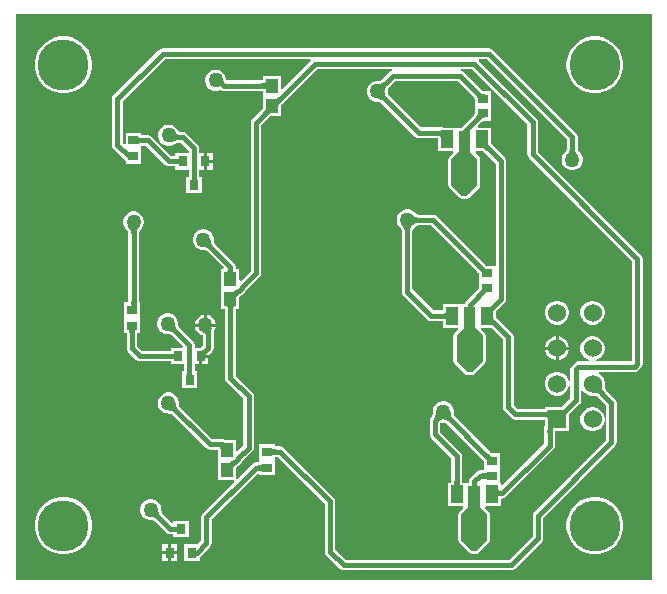
<source format=gbr>
G04*
G04 #@! TF.GenerationSoftware,Altium Limited,Altium Designer,22.4.2 (48)*
G04*
G04 Layer_Physical_Order=2*
G04 Layer_Color=16711680*
%FSLAX25Y25*%
%MOIN*%
G70*
G04*
G04 #@! TF.SameCoordinates,96A84167-8CB8-41EC-8849-8989CCC38216*
G04*
G04*
G04 #@! TF.FilePolarity,Positive*
G04*
G01*
G75*
%ADD11C,0.01000*%
%ADD17C,0.01500*%
%ADD18C,0.17000*%
%ADD19C,0.06024*%
%ADD20R,0.06024X0.06024*%
%ADD21C,0.05000*%
%ADD22R,0.03197X0.02975*%
%ADD23R,0.03150X0.03543*%
%ADD24R,0.03985X0.04550*%
%ADD25R,0.03937X0.05906*%
%ADD26C,0.07795*%
%ADD27R,0.03394X0.02985*%
G36*
X700000Y100000D02*
X488091D01*
Y288583D01*
X700000D01*
Y100000D01*
D02*
G37*
%LPC*%
G36*
X682038Y281153D02*
X680167D01*
X678331Y280788D01*
X676602Y280072D01*
X675046Y279033D01*
X673723Y277709D01*
X672684Y276153D01*
X671967Y274425D01*
X671602Y272589D01*
Y270718D01*
X671967Y268882D01*
X672684Y267154D01*
X673723Y265598D01*
X675046Y264274D01*
X676602Y263235D01*
X678331Y262519D01*
X680167Y262154D01*
X682038D01*
X683873Y262519D01*
X685602Y263235D01*
X687158Y264274D01*
X688482Y265598D01*
X689521Y267154D01*
X690237Y268882D01*
X690602Y270718D01*
Y272589D01*
X690237Y274425D01*
X689521Y276153D01*
X688482Y277709D01*
X687158Y279033D01*
X685602Y280072D01*
X683873Y280788D01*
X682038Y281153D01*
D02*
G37*
G36*
X504873D02*
X503001D01*
X501166Y280788D01*
X499437Y280072D01*
X497881Y279033D01*
X496558Y277709D01*
X495518Y276153D01*
X494802Y274425D01*
X494437Y272589D01*
Y270718D01*
X494802Y268882D01*
X495518Y267154D01*
X496558Y265598D01*
X497881Y264274D01*
X499437Y263235D01*
X501166Y262519D01*
X503001Y262154D01*
X504873D01*
X506708Y262519D01*
X508437Y263235D01*
X509993Y264274D01*
X511316Y265598D01*
X512356Y267154D01*
X513072Y268882D01*
X513437Y270718D01*
Y272589D01*
X513072Y274425D01*
X512356Y276153D01*
X511316Y277709D01*
X509993Y279033D01*
X508437Y280072D01*
X506708Y280788D01*
X504873Y281153D01*
D02*
G37*
G36*
X553756Y242240D02*
X551681D01*
Y239968D01*
X553756D01*
Y242240D01*
D02*
G37*
G36*
Y238968D02*
X551681D01*
Y236697D01*
X553756D01*
Y238968D01*
D02*
G37*
G36*
X645866Y277178D02*
X537008D01*
X536325Y277042D01*
X535746Y276655D01*
X535746Y276655D01*
X520589Y261498D01*
X520202Y260919D01*
X520066Y260236D01*
Y248215D01*
Y244954D01*
X520202Y244271D01*
X520589Y243692D01*
X524403Y239878D01*
X524665Y239703D01*
Y238652D01*
X529862D01*
Y243627D01*
X529862Y243627D01*
Y243969D01*
X529862D01*
X529862Y244127D01*
Y244653D01*
X529935Y244665D01*
X530022Y244672D01*
X531348D01*
X537715Y238305D01*
X538294Y237918D01*
X538976Y237783D01*
X541126D01*
Y236697D01*
X545655D01*
Y234366D01*
X544866D01*
Y228823D01*
X550016D01*
Y234366D01*
X549224D01*
Y236697D01*
X550681D01*
Y239469D01*
Y242240D01*
X549224D01*
Y243798D01*
X549088Y244481D01*
X548701Y245060D01*
X548701Y245060D01*
X544941Y248820D01*
X544362Y249207D01*
X543679Y249343D01*
X542799D01*
X542733Y249353D01*
X542636Y249379D01*
X542549Y249414D01*
X542469Y249458D01*
X542390Y249514D01*
X542310Y249585D01*
X542227Y249676D01*
X542143Y249790D01*
X542037Y249965D01*
X541978Y250029D01*
X541777Y250377D01*
X541125Y251029D01*
X540327Y251490D01*
X539437Y251728D01*
X538516D01*
X537625Y251490D01*
X536827Y251029D01*
X536176Y250377D01*
X535715Y249579D01*
X535476Y248689D01*
Y247768D01*
X535715Y246877D01*
X536176Y246079D01*
X536827Y245428D01*
X537625Y244967D01*
X538516Y244728D01*
X539437D01*
X540327Y244967D01*
X540627Y245140D01*
X540706Y245164D01*
X541184Y245417D01*
X541369Y245502D01*
X541773Y245655D01*
X541936Y245703D01*
X542101Y245742D01*
X542256Y245768D01*
X542313Y245774D01*
X542940D01*
X545655Y243059D01*
Y242240D01*
X541126D01*
Y241351D01*
X539715D01*
X533348Y247718D01*
X532769Y248105D01*
X532087Y248241D01*
X530022D01*
X529935Y248248D01*
X529862Y248260D01*
Y248944D01*
X528889D01*
X528851Y248952D01*
X528812Y248944D01*
X528758D01*
X528740Y248946D01*
X528735Y248944D01*
X524665D01*
Y245316D01*
X524203Y245125D01*
X523635Y245693D01*
Y248215D01*
Y259497D01*
X537747Y273609D01*
X586115D01*
X586322Y273109D01*
X576781Y263568D01*
X576319Y263759D01*
Y268040D01*
X570334D01*
Y266569D01*
X570263Y266557D01*
X570171Y266549D01*
X558231D01*
X558136Y266661D01*
X558126Y266675D01*
Y266996D01*
X557888Y267886D01*
X557427Y268685D01*
X556775Y269336D01*
X555977Y269797D01*
X555087Y270035D01*
X554165D01*
X553275Y269797D01*
X552477Y269336D01*
X551825Y268685D01*
X551365Y267886D01*
X551126Y266996D01*
Y266075D01*
X551365Y265184D01*
X551825Y264386D01*
X552477Y263735D01*
X553275Y263274D01*
X554165Y263035D01*
X555087D01*
X555977Y263274D01*
X556290Y263455D01*
X556796Y263116D01*
X557479Y262981D01*
X570171D01*
X570263Y262973D01*
X570334Y262961D01*
Y261490D01*
X570334Y261490D01*
Y261148D01*
X570334D01*
X570334Y260990D01*
Y257223D01*
X570245Y257095D01*
X569891Y256678D01*
X566849Y253636D01*
X566462Y253057D01*
X566326Y252374D01*
Y203017D01*
X563054Y199746D01*
X562592Y199937D01*
Y203652D01*
X561404D01*
X561392Y203724D01*
X561384Y203816D01*
Y204376D01*
X561384Y204376D01*
X561248Y205059D01*
X560862Y205638D01*
X560862Y205638D01*
X554467Y212033D01*
X554423Y212090D01*
X554354Y212201D01*
X554293Y212322D01*
X554239Y212454D01*
X554194Y212601D01*
X554157Y212764D01*
X554131Y212942D01*
X554114Y213138D01*
X554110Y213380D01*
X554090Y213468D01*
Y213847D01*
X553852Y214737D01*
X553391Y215535D01*
X552740Y216186D01*
X551941Y216647D01*
X551051Y216886D01*
X550130D01*
X549240Y216647D01*
X548442Y216186D01*
X547790Y215535D01*
X547329Y214737D01*
X547090Y213847D01*
Y212925D01*
X547329Y212035D01*
X547790Y211237D01*
X548442Y210585D01*
X549240Y210124D01*
X550130Y209886D01*
X550508D01*
X550596Y209867D01*
X550838Y209862D01*
X551034Y209846D01*
X551213Y209819D01*
X551375Y209783D01*
X551522Y209737D01*
X551655Y209683D01*
X551776Y209622D01*
X551886Y209553D01*
X551943Y209510D01*
X557301Y204152D01*
X557093Y203652D01*
X556608D01*
Y197103D01*
X556608Y197103D01*
Y196760D01*
X556608D01*
X556608Y196603D01*
Y190211D01*
X557796D01*
X557808Y190139D01*
X557816Y190048D01*
Y167186D01*
X557951Y166503D01*
X558338Y165925D01*
X563865Y160398D01*
Y144839D01*
X561757Y142731D01*
X561295Y142922D01*
Y146638D01*
X557716D01*
X557493Y146786D01*
X556811Y146922D01*
X553436D01*
X542754Y157604D01*
X542711Y157661D01*
X542642Y157772D01*
X542580Y157892D01*
X542527Y158025D01*
X542481Y158172D01*
X542445Y158335D01*
X542418Y158513D01*
X542402Y158709D01*
X542397Y158951D01*
X542378Y159039D01*
Y159417D01*
X542139Y160308D01*
X541679Y161106D01*
X541027Y161757D01*
X540229Y162218D01*
X539339Y162457D01*
X538417D01*
X537527Y162218D01*
X536729Y161757D01*
X536077Y161106D01*
X535616Y160308D01*
X535378Y159417D01*
Y158496D01*
X535616Y157606D01*
X536077Y156808D01*
X536729Y156156D01*
X537527Y155695D01*
X538417Y155457D01*
X538795D01*
X538883Y155437D01*
X539126Y155433D01*
X539321Y155417D01*
X539500Y155390D01*
X539662Y155353D01*
X539809Y155308D01*
X539942Y155254D01*
X540063Y155193D01*
X540174Y155124D01*
X540231Y155081D01*
X551435Y143876D01*
X551435Y143876D01*
X552014Y143489D01*
X552697Y143353D01*
X555146D01*
X555237Y143345D01*
X555310Y143333D01*
Y140088D01*
X555310Y140088D01*
Y139746D01*
X555310D01*
X555310Y139588D01*
Y133196D01*
X560716D01*
X560923Y132696D01*
X550347Y122120D01*
X549960Y121541D01*
X549824Y120858D01*
Y113026D01*
X548615Y111816D01*
X544217D01*
Y106273D01*
X549366D01*
Y107608D01*
X549628Y107783D01*
X552870Y111026D01*
X553257Y111604D01*
X553393Y112287D01*
Y120119D01*
X568752Y135478D01*
X569252Y135282D01*
Y134913D01*
X570226D01*
X570264Y134905D01*
X570302Y134913D01*
X570356D01*
X570374Y134911D01*
X570379Y134913D01*
X574449D01*
Y139730D01*
X574449Y140230D01*
X574449Y140388D01*
Y140914D01*
X574522Y140926D01*
X574608Y140933D01*
X575539D01*
X591031Y125442D01*
Y109449D01*
X591166Y108766D01*
X591553Y108187D01*
X596081Y103660D01*
X596081Y103660D01*
X596660Y103273D01*
X597342Y103137D01*
X597343Y103137D01*
X653248D01*
X653931Y103273D01*
X654510Y103660D01*
X663417Y112567D01*
X663804Y113146D01*
X663940Y113829D01*
X663940Y113829D01*
Y120668D01*
X687876Y144605D01*
X688263Y145183D01*
X688399Y145866D01*
X688398Y145866D01*
Y155616D01*
Y159064D01*
X688263Y159747D01*
X687876Y160326D01*
X687876Y160326D01*
X684779Y163422D01*
X684713Y163514D01*
X684632Y163654D01*
X684558Y163817D01*
X684492Y164004D01*
X684435Y164218D01*
X684391Y164443D01*
X684336Y165033D01*
X684331Y165362D01*
X684312Y165453D01*
Y165906D01*
X684038Y166926D01*
X683510Y167841D01*
X682763Y168588D01*
X682433Y168779D01*
X682567Y169279D01*
X694299D01*
X694981Y169414D01*
X695560Y169801D01*
X696439Y170680D01*
X696826Y171259D01*
X696961Y171942D01*
Y207087D01*
X696826Y207769D01*
X696439Y208348D01*
X696439Y208348D01*
X662119Y242668D01*
Y252559D01*
X662119Y252559D01*
X661983Y253242D01*
X661596Y253821D01*
X661596Y253821D01*
X642308Y273109D01*
X642515Y273609D01*
X645127D01*
X671739Y246997D01*
Y243756D01*
X671730Y243686D01*
X671700Y243558D01*
X671658Y243429D01*
X671602Y243298D01*
X671530Y243162D01*
X671442Y243021D01*
X671334Y242876D01*
X671207Y242726D01*
X671039Y242551D01*
X670990Y242476D01*
X670723Y242208D01*
X670262Y241410D01*
X670024Y240520D01*
Y239598D01*
X670262Y238708D01*
X670723Y237910D01*
X671375Y237258D01*
X672173Y236798D01*
X673063Y236559D01*
X673984D01*
X674875Y236798D01*
X675673Y237258D01*
X676324Y237910D01*
X676785Y238708D01*
X677024Y239598D01*
Y240520D01*
X676785Y241410D01*
X676324Y242208D01*
X676057Y242476D01*
X676008Y242551D01*
X675840Y242726D01*
X675713Y242876D01*
X675606Y243021D01*
X675517Y243162D01*
X675445Y243298D01*
X675389Y243429D01*
X675347Y243558D01*
X675318Y243686D01*
X675308Y243756D01*
Y247736D01*
X675172Y248419D01*
X674785Y248998D01*
X674785Y248998D01*
X647128Y276655D01*
X646549Y277042D01*
X645866Y277178D01*
D02*
G37*
G36*
X551681Y188430D02*
Y185441D01*
X554671D01*
X554443Y186292D01*
X553982Y187090D01*
X553330Y187742D01*
X552532Y188202D01*
X551681Y188430D01*
D02*
G37*
G36*
X550681D02*
X549830Y188202D01*
X549032Y187742D01*
X548380Y187090D01*
X547920Y186292D01*
X547692Y185441D01*
X550681D01*
Y188430D01*
D02*
G37*
G36*
X527823Y222791D02*
X526901D01*
X526011Y222553D01*
X525213Y222092D01*
X524562Y221440D01*
X524101Y220642D01*
X523862Y219752D01*
Y218831D01*
X524101Y217940D01*
X524562Y217142D01*
X524829Y216875D01*
X524878Y216799D01*
X525045Y216624D01*
X525173Y216475D01*
X525280Y216329D01*
X525369Y216189D01*
X525441Y216053D01*
X525497Y215921D01*
X525539Y215792D01*
X525568Y215665D01*
X525578Y215594D01*
Y192712D01*
X525570Y192621D01*
X525558Y192548D01*
X524173D01*
Y187731D01*
X524173Y187231D01*
X524173Y187073D01*
Y182255D01*
X524967D01*
X524979Y182184D01*
X524987Y182092D01*
Y177165D01*
X525123Y176482D01*
X525510Y175904D01*
X528069Y173345D01*
X528069Y173345D01*
X528648Y172958D01*
X529331Y172822D01*
X529331Y172822D01*
X539650D01*
Y171835D01*
X544131D01*
Y169504D01*
X543390D01*
Y163961D01*
X548539D01*
Y169504D01*
X547700D01*
Y171835D01*
X549205D01*
Y174606D01*
X549705D01*
Y175106D01*
X550535D01*
X549275Y176366D01*
X549379Y176293D01*
X549504Y176259D01*
X549650Y176266D01*
X549818Y176312D01*
X550006Y176398D01*
X550216Y176524D01*
X550447Y176690D01*
X550699Y176896D01*
X551267Y177427D01*
X552328Y176366D01*
X552043Y176071D01*
X551592Y175546D01*
X551426Y175314D01*
X551301Y175106D01*
X552558D01*
X552722Y175297D01*
X553525Y176101D01*
X553525Y176101D01*
X553912Y176679D01*
X554048Y177362D01*
X554048Y177362D01*
Y181603D01*
X554075Y181998D01*
X554103Y182237D01*
X554194Y182754D01*
X554247Y182977D01*
X554391Y183467D01*
X554423Y183556D01*
X554443Y183590D01*
X554464Y183672D01*
X554477Y183706D01*
X554481Y183732D01*
X554671Y184441D01*
X547692D01*
X547920Y183590D01*
X548380Y182792D01*
X549032Y182140D01*
X549830Y181679D01*
X549981Y181639D01*
X550001Y181626D01*
X550165Y181561D01*
X550254Y181514D01*
X550317Y181470D01*
X550361Y181429D01*
X550394Y181388D01*
X550422Y181342D01*
X550448Y181283D01*
X550470Y181203D01*
X550480Y181142D01*
Y178101D01*
X550242Y177864D01*
X550028Y177664D01*
X549827Y177500D01*
X549657Y177378D01*
X549313D01*
X549275Y177385D01*
X549237Y177378D01*
X547700D01*
Y178297D01*
X547564Y178980D01*
X547177Y179559D01*
X542618Y184118D01*
X542575Y184174D01*
X542501Y184289D01*
X542434Y184416D01*
X542374Y184556D01*
X542321Y184711D01*
X542276Y184882D01*
X542240Y185070D01*
X542213Y185274D01*
X542195Y185523D01*
X542181Y185575D01*
Y185795D01*
X541943Y186686D01*
X541482Y187484D01*
X540830Y188135D01*
X540032Y188596D01*
X539142Y188835D01*
X538220D01*
X537330Y188596D01*
X536532Y188135D01*
X535880Y187484D01*
X535420Y186686D01*
X535181Y185795D01*
Y184874D01*
X535420Y183984D01*
X535880Y183186D01*
X536532Y182534D01*
X537330Y182073D01*
X538220Y181835D01*
X538797D01*
X538880Y181821D01*
X539115Y181829D01*
X539301Y181823D01*
X539470Y181805D01*
X539622Y181776D01*
X539760Y181737D01*
X539885Y181690D01*
X540000Y181634D01*
X540106Y181569D01*
X540163Y181527D01*
X543811Y177878D01*
X543604Y177378D01*
X539650D01*
Y176391D01*
X530070D01*
X528556Y177904D01*
Y182092D01*
X528564Y182184D01*
X528576Y182255D01*
X529370D01*
Y187073D01*
X529370Y187573D01*
X529370Y187731D01*
Y191501D01*
X529378Y191541D01*
X529370Y191578D01*
Y191583D01*
X529375Y191619D01*
X529370Y191634D01*
Y192548D01*
X529151D01*
X529146Y192613D01*
Y215594D01*
X529156Y215665D01*
X529185Y215792D01*
X529228Y215921D01*
X529284Y216053D01*
X529355Y216189D01*
X529444Y216329D01*
X529552Y216475D01*
X529679Y216624D01*
X529847Y216799D01*
X529895Y216875D01*
X530163Y217142D01*
X530624Y217940D01*
X530862Y218831D01*
Y219752D01*
X530624Y220642D01*
X530163Y221440D01*
X529511Y222092D01*
X528713Y222553D01*
X527823Y222791D01*
D02*
G37*
G36*
X552280Y174106D02*
X550205D01*
Y171835D01*
X552280D01*
Y174106D01*
D02*
G37*
G36*
X533532Y126925D02*
X532610D01*
X531720Y126687D01*
X530922Y126226D01*
X530270Y125574D01*
X529809Y124776D01*
X529571Y123886D01*
Y122964D01*
X529809Y122074D01*
X530270Y121276D01*
X530922Y120624D01*
X531720Y120164D01*
X532610Y119925D01*
X532988D01*
X533076Y119906D01*
X533319Y119901D01*
X533514Y119885D01*
X533693Y119859D01*
X533855Y119822D01*
X534002Y119776D01*
X534135Y119723D01*
X534256Y119662D01*
X534367Y119592D01*
X534424Y119549D01*
X538316Y115657D01*
X538895Y115270D01*
X539577Y115134D01*
X539577Y115134D01*
X540476D01*
Y114147D01*
X545626D01*
Y119690D01*
X540476D01*
Y119250D01*
X539976Y119043D01*
X536947Y122073D01*
X536904Y122129D01*
X536834Y122240D01*
X536773Y122361D01*
X536720Y122494D01*
X536674Y122641D01*
X536638Y122803D01*
X536611Y122982D01*
X536595Y123178D01*
X536590Y123420D01*
X536571Y123508D01*
Y123886D01*
X536332Y124776D01*
X535872Y125574D01*
X535220Y126226D01*
X534422Y126687D01*
X533532Y126925D01*
D02*
G37*
G36*
X541886Y111816D02*
X539811D01*
Y109545D01*
X541886D01*
Y111816D01*
D02*
G37*
G36*
X538811D02*
X536736D01*
Y109545D01*
X538811D01*
Y111816D01*
D02*
G37*
G36*
X682038Y127610D02*
X680167D01*
X678331Y127245D01*
X676602Y126529D01*
X675046Y125489D01*
X673723Y124166D01*
X672684Y122610D01*
X671967Y120881D01*
X671602Y119046D01*
Y117175D01*
X671967Y115339D01*
X672684Y113610D01*
X673723Y112054D01*
X675046Y110731D01*
X676602Y109692D01*
X678331Y108975D01*
X680167Y108610D01*
X682038D01*
X683873Y108975D01*
X685602Y109692D01*
X687158Y110731D01*
X688482Y112054D01*
X689521Y113610D01*
X690237Y115339D01*
X690602Y117175D01*
Y119046D01*
X690237Y120881D01*
X689521Y122610D01*
X688482Y124166D01*
X687158Y125489D01*
X685602Y126529D01*
X683873Y127245D01*
X682038Y127610D01*
D02*
G37*
G36*
X504873D02*
X503001D01*
X501166Y127245D01*
X499437Y126529D01*
X497881Y125489D01*
X496558Y124166D01*
X495518Y122610D01*
X494802Y120881D01*
X494437Y119046D01*
Y117175D01*
X494802Y115339D01*
X495518Y113610D01*
X496558Y112054D01*
X497881Y110731D01*
X499437Y109692D01*
X501166Y108975D01*
X503001Y108610D01*
X504873D01*
X506708Y108975D01*
X508437Y109692D01*
X509993Y110731D01*
X511316Y112054D01*
X512356Y113610D01*
X513072Y115339D01*
X513437Y117175D01*
Y119046D01*
X513072Y120881D01*
X512356Y122610D01*
X511316Y124166D01*
X509993Y125489D01*
X508437Y126529D01*
X506708Y127245D01*
X504873Y127610D01*
D02*
G37*
G36*
X541886Y108545D02*
X539811D01*
Y106273D01*
X541886D01*
Y108545D01*
D02*
G37*
G36*
X538811D02*
X536736D01*
Y106273D01*
X538811D01*
Y108545D01*
D02*
G37*
%LPD*%
G36*
X555254Y265939D02*
X555225Y265957D01*
X555188Y265974D01*
X555144Y265988D01*
X555092Y266001D01*
X555033Y266011D01*
X554893Y266027D01*
X554722Y266035D01*
X554626Y266035D01*
Y267035D01*
X554722Y267036D01*
X555033Y267059D01*
X555092Y267070D01*
X555144Y267083D01*
X555188Y267097D01*
X555225Y267114D01*
X555254Y267132D01*
Y265939D01*
D02*
G37*
G36*
X557130Y266368D02*
X557155Y266302D01*
X557199Y266223D01*
X557260Y266130D01*
X557339Y266025D01*
X557553Y265773D01*
X558009Y265295D01*
X556949Y264235D01*
X556845Y264333D01*
X556656Y264488D01*
X556570Y264544D01*
X556490Y264585D01*
X556416Y264611D01*
X556347Y264624D01*
X556284Y264621D01*
X556227Y264605D01*
X556176Y264574D01*
X557123Y266420D01*
X557130Y266368D01*
D02*
G37*
G36*
X571358Y263265D02*
X571343Y263407D01*
X571298Y263535D01*
X571222Y263647D01*
X571116Y263745D01*
X570980Y263827D01*
X570814Y263895D01*
X570617Y263947D01*
X570391Y263985D01*
X570134Y264007D01*
X569846Y264015D01*
Y265515D01*
X570134Y265522D01*
X570391Y265545D01*
X570617Y265582D01*
X570814Y265635D01*
X570980Y265702D01*
X571116Y265785D01*
X571222Y265882D01*
X571298Y265995D01*
X571343Y266122D01*
X571358Y266265D01*
Y263265D01*
D02*
G37*
G36*
X611840Y265012D02*
X611690Y264848D01*
X611556Y264671D01*
X611438Y264482D01*
X611336Y264281D01*
X611250Y264068D01*
X611180Y263843D01*
X611127Y263606D01*
X611090Y263356D01*
X611068Y263094D01*
X611063Y262820D01*
X608588Y265295D01*
X608862Y265300D01*
X609124Y265322D01*
X609373Y265359D01*
X609611Y265413D01*
X609836Y265482D01*
X610049Y265568D01*
X610250Y265670D01*
X610439Y265788D01*
X610615Y265922D01*
X610780Y266073D01*
X611840Y265012D01*
D02*
G37*
G36*
X576898Y260101D02*
X576526Y259718D01*
X575693Y258726D01*
X575510Y258448D01*
X575375Y258196D01*
X575287Y257970D01*
X575246Y257770D01*
X575253Y257597D01*
X575307Y257450D01*
X573751Y260136D01*
X573842Y260026D01*
X573960Y259963D01*
X574105Y259949D01*
X574277Y259983D01*
X574476Y260065D01*
X574701Y260195D01*
X574954Y260373D01*
X575233Y260600D01*
X575872Y261196D01*
X576898Y260101D01*
D02*
G37*
G36*
X642524Y262643D02*
X643077Y262174D01*
X643321Y262003D01*
X643544Y261874D01*
X643745Y261788D01*
X643925Y261745D01*
X644084Y261743D01*
X644221Y261785D01*
X644336Y261868D01*
X642227Y259759D01*
X642310Y259875D01*
X642352Y260012D01*
X642351Y260170D01*
X642307Y260350D01*
X642221Y260552D01*
X642092Y260774D01*
X641922Y261019D01*
X641708Y261284D01*
X641154Y261880D01*
X642215Y262941D01*
X642524Y262643D01*
D02*
G37*
G36*
X611068Y262496D02*
X611090Y262234D01*
X611127Y261985D01*
X611180Y261748D01*
X611250Y261522D01*
X611336Y261309D01*
X611438Y261108D01*
X611556Y260919D01*
X611690Y260743D01*
X611840Y260579D01*
X610780Y259518D01*
X610615Y259668D01*
X610439Y259802D01*
X610250Y259920D01*
X610049Y260022D01*
X609836Y260108D01*
X609611Y260178D01*
X609373Y260231D01*
X609124Y260269D01*
X608862Y260290D01*
X608588Y260295D01*
X611063Y262770D01*
X611068Y262496D01*
D02*
G37*
G36*
X573468Y255622D02*
X573352Y255706D01*
X573215Y255747D01*
X573057Y255746D01*
X572877Y255702D01*
X572675Y255616D01*
X572452Y255488D01*
X572208Y255317D01*
X571942Y255103D01*
X571346Y254549D01*
X570286Y255610D01*
X570584Y255919D01*
X571053Y256472D01*
X571224Y256716D01*
X571352Y256939D01*
X571438Y257140D01*
X571482Y257320D01*
X571483Y257479D01*
X571442Y257616D01*
X571358Y257731D01*
X573468Y255622D01*
D02*
G37*
G36*
X644336Y253995D02*
X644221Y254078D01*
X644084Y254119D01*
X643925Y254118D01*
X643745Y254075D01*
X643544Y253989D01*
X643321Y253860D01*
X643077Y253689D01*
X642811Y253476D01*
X642215Y252922D01*
X641154Y253983D01*
X641452Y254291D01*
X641922Y254844D01*
X642092Y255089D01*
X642221Y255311D01*
X642307Y255513D01*
X642351Y255693D01*
X642352Y255851D01*
X642310Y255988D01*
X642227Y256104D01*
X644336Y253995D01*
D02*
G37*
G36*
X640694Y260878D02*
X640936Y260617D01*
X641105Y260407D01*
X641203Y260267D01*
Y255596D01*
X641113Y255468D01*
X640759Y255050D01*
X636480Y250771D01*
X635632D01*
X635241Y250693D01*
X635163Y250641D01*
X634663Y250751D01*
X634663Y250751D01*
X630648D01*
X630476Y250785D01*
X623096D01*
X612439Y261443D01*
X612396Y261499D01*
X612327Y261610D01*
X612265Y261731D01*
X612212Y261864D01*
X612166Y262011D01*
X612130Y262173D01*
X612103Y262352D01*
X612087Y262548D01*
X612082Y262790D01*
X612081Y262795D01*
X612082Y262801D01*
X612087Y263043D01*
X612103Y263239D01*
X612130Y263417D01*
X612166Y263580D01*
X612212Y263727D01*
X612265Y263860D01*
X612327Y263980D01*
X612396Y264091D01*
X612439Y264148D01*
X614507Y266216D01*
X635356D01*
X640694Y260878D01*
D02*
G37*
G36*
X629738Y249739D02*
X629750Y247501D01*
X629734Y247643D01*
X629688Y247771D01*
X629612Y247884D01*
X629506Y247981D01*
X629370Y248063D01*
X629204Y248131D01*
X629007Y248183D01*
X628781Y248221D01*
X628524Y248243D01*
X628238Y248251D01*
Y249751D01*
X629738Y249739D01*
D02*
G37*
G36*
X631751Y247552D02*
X631762Y247519D01*
X631779Y247483D01*
X631802Y247444D01*
X631829Y247402D01*
X631862Y247358D01*
X631944Y247260D01*
X632048Y247152D01*
X631341Y246445D01*
X631285Y246499D01*
X631135Y246631D01*
X631090Y246663D01*
X631049Y246691D01*
X631010Y246713D01*
X630974Y246730D01*
X630941Y246742D01*
X630910Y246748D01*
X631745Y247582D01*
X631751Y247552D01*
D02*
G37*
G36*
X644006Y246720D02*
X644020Y246520D01*
X644028Y246465D01*
X644038Y246415D01*
X644050Y246372D01*
X644063Y246335D01*
X644078Y246303D01*
X644096Y246277D01*
X642915D01*
X642933Y246303D01*
X642948Y246335D01*
X642961Y246372D01*
X642973Y246415D01*
X642983Y246465D01*
X642991Y246520D01*
X643002Y246647D01*
X643006Y246798D01*
X644005D01*
X644006Y246720D01*
D02*
G37*
G36*
X541295Y249222D02*
X541437Y249030D01*
X541589Y248861D01*
X541753Y248715D01*
X541929Y248590D01*
X542115Y248489D01*
X542313Y248410D01*
X542523Y248354D01*
X542743Y248320D01*
X542975Y248309D01*
X542534Y246809D01*
X542328Y246801D01*
X542116Y246779D01*
X541899Y246742D01*
X541676Y246690D01*
X541448Y246622D01*
X540976Y246444D01*
X540732Y246332D01*
X540228Y246064D01*
X541165Y249436D01*
X541295Y249222D01*
D02*
G37*
G36*
X528865Y247794D02*
X528910Y247671D01*
X528986Y247562D01*
X529090Y247468D01*
X529225Y247388D01*
X529390Y247323D01*
X529586Y247272D01*
X529810Y247236D01*
X530065Y247214D01*
X530350Y247207D01*
Y245707D01*
X530065Y245699D01*
X529810Y245678D01*
X529586Y245641D01*
X529390Y245591D01*
X529225Y245525D01*
X529090Y245445D01*
X528986Y245351D01*
X528910Y245242D01*
X528865Y245119D01*
X528851Y244981D01*
Y247932D01*
X528865Y247794D01*
D02*
G37*
G36*
X645377Y245862D02*
X645335Y245724D01*
Y245565D01*
X645377Y245385D01*
X645462Y245183D01*
X645589Y244961D01*
X645759Y244717D01*
X645971Y244451D01*
X646523Y243858D01*
X645462Y242797D01*
X645154Y243094D01*
X644603Y243561D01*
X644359Y243730D01*
X644136Y243858D01*
X643935Y243942D01*
X643754Y243985D01*
X643595D01*
X643457Y243942D01*
X643341Y243858D01*
X645462Y245979D01*
X645377Y245862D01*
D02*
G37*
G36*
X674284Y243721D02*
X674314Y243502D01*
X674364Y243285D01*
X674434Y243071D01*
X674524Y242859D01*
X674634Y242651D01*
X674764Y242445D01*
X674914Y242242D01*
X675084Y242042D01*
X675274Y241844D01*
X671774D01*
X671964Y242042D01*
X672134Y242242D01*
X672284Y242445D01*
X672414Y242651D01*
X672524Y242859D01*
X672614Y243071D01*
X672684Y243285D01*
X672734Y243502D01*
X672764Y243721D01*
X672774Y243944D01*
X674274D01*
X674284Y243721D01*
D02*
G37*
G36*
X639569Y242664D02*
X641931Y240302D01*
Y231641D01*
X638387Y228097D01*
X636813D01*
X633269Y231641D01*
Y240302D01*
X635632Y242664D01*
Y249751D01*
X639569D01*
Y242664D01*
D02*
G37*
G36*
X620487Y221540D02*
X620687Y221370D01*
X620890Y221220D01*
X621096Y221090D01*
X621304Y220980D01*
X621516Y220890D01*
X621730Y220820D01*
X621947Y220770D01*
X622166Y220740D01*
X622389Y220730D01*
Y219230D01*
X622166Y219220D01*
X621947Y219190D01*
X621730Y219140D01*
X621516Y219070D01*
X621304Y218980D01*
X621096Y218870D01*
X620890Y218740D01*
X620687Y218590D01*
X620487Y218420D01*
X620289Y218230D01*
Y221730D01*
X620487Y221540D01*
D02*
G37*
G36*
X620064Y217998D02*
X619894Y217797D01*
X619744Y217594D01*
X619614Y217389D01*
X619504Y217180D01*
X619414Y216969D01*
X619344Y216755D01*
X619294Y216538D01*
X619264Y216318D01*
X619254Y216095D01*
X617754D01*
X617744Y216318D01*
X617714Y216538D01*
X617664Y216755D01*
X617594Y216969D01*
X617504Y217180D01*
X617394Y217389D01*
X617264Y217594D01*
X617114Y217797D01*
X616944Y217998D01*
X616754Y218195D01*
X620254D01*
X620064Y217998D01*
D02*
G37*
G36*
X553096Y213087D02*
X553117Y212825D01*
X553155Y212576D01*
X553208Y212338D01*
X553278Y212113D01*
X553364Y211900D01*
X553466Y211699D01*
X553583Y211510D01*
X553718Y211333D01*
X553868Y211169D01*
X552807Y210108D01*
X552643Y210259D01*
X552466Y210393D01*
X552278Y210511D01*
X552077Y210613D01*
X551864Y210699D01*
X551638Y210768D01*
X551401Y210822D01*
X551151Y210859D01*
X550889Y210881D01*
X550616Y210886D01*
X553090Y213361D01*
X553096Y213087D01*
D02*
G37*
G36*
X613423Y269716D02*
X613085Y269649D01*
X612506Y269262D01*
X612506Y269262D01*
X609916Y266671D01*
X609859Y266628D01*
X609748Y266559D01*
X609627Y266498D01*
X609494Y266444D01*
X609347Y266399D01*
X609185Y266362D01*
X609007Y266335D01*
X608811Y266319D01*
X608568Y266315D01*
X608480Y266295D01*
X608102D01*
X607212Y266057D01*
X606414Y265596D01*
X605762Y264944D01*
X605302Y264146D01*
X605063Y263256D01*
Y262334D01*
X605302Y261444D01*
X605762Y260646D01*
X606414Y259995D01*
X607212Y259534D01*
X608102Y259295D01*
X608480D01*
X608568Y259276D01*
X608811Y259271D01*
X609006Y259255D01*
X609185Y259229D01*
X609347Y259192D01*
X609494Y259146D01*
X609627Y259093D01*
X609748Y259032D01*
X609859Y258962D01*
X609916Y258919D01*
X621096Y247739D01*
X621096Y247739D01*
X621674Y247353D01*
X622357Y247217D01*
X622357Y247217D01*
X628562D01*
X628653Y247209D01*
X628726Y247197D01*
Y242846D01*
X633717D01*
X633909Y242384D01*
X632548Y241023D01*
X632327Y240692D01*
X632250Y240302D01*
Y231641D01*
X632327Y231251D01*
X632548Y230920D01*
X636092Y227377D01*
X636422Y227155D01*
X636813Y227078D01*
X638387D01*
X638778Y227155D01*
X639108Y227377D01*
X642652Y230920D01*
X642873Y231251D01*
X642950Y231641D01*
Y240302D01*
X642873Y240692D01*
X642652Y241023D01*
X641291Y242384D01*
X641483Y242846D01*
X643302D01*
X643341Y242838D01*
X643379Y242846D01*
X643845D01*
X643981Y242751D01*
X644397Y242399D01*
X648019Y238777D01*
Y205069D01*
X647797Y204661D01*
X645028D01*
X644900Y204750D01*
X644483Y205104D01*
X628345Y221242D01*
X627766Y221629D01*
X627083Y221765D01*
X622201D01*
X622130Y221774D01*
X622003Y221804D01*
X621874Y221846D01*
X621743Y221902D01*
X621607Y221974D01*
X621466Y222062D01*
X621321Y222170D01*
X621171Y222297D01*
X620996Y222465D01*
X620920Y222514D01*
X620653Y222781D01*
X619855Y223242D01*
X618965Y223480D01*
X618043D01*
X617153Y223242D01*
X616355Y222781D01*
X615703Y222129D01*
X615242Y221331D01*
X615004Y220441D01*
Y219519D01*
X615242Y218629D01*
X615703Y217831D01*
X615971Y217564D01*
X616019Y217488D01*
X616187Y217313D01*
X616314Y217164D01*
X616422Y217018D01*
X616511Y216878D01*
X616582Y216742D01*
X616639Y216610D01*
X616681Y216481D01*
X616710Y216354D01*
X616720Y216283D01*
Y196063D01*
X616855Y195380D01*
X617242Y194801D01*
X625307Y186737D01*
X625307Y186737D01*
X625886Y186350D01*
X626569Y186214D01*
X626569Y186214D01*
X630263D01*
X630355Y186206D01*
X630426Y186194D01*
Y184046D01*
X635417D01*
X635609Y183583D01*
X634248Y182223D01*
X634027Y181892D01*
X633950Y181502D01*
Y172841D01*
X634027Y172451D01*
X634248Y172120D01*
X637792Y168577D01*
X638122Y168355D01*
X638513Y168278D01*
X640087D01*
X640478Y168355D01*
X640808Y168577D01*
X644352Y172120D01*
X644573Y172451D01*
X644650Y172841D01*
Y181502D01*
X644573Y181892D01*
X644352Y182223D01*
X642991Y183583D01*
X643183Y184046D01*
X646573D01*
X647024Y183656D01*
X650480Y180201D01*
Y157480D01*
X650615Y156798D01*
X651002Y156219D01*
X653266Y153955D01*
X653266Y153955D01*
X653845Y153568D01*
X654528Y153432D01*
X664313D01*
X664404Y153424D01*
X664477Y153412D01*
Y151960D01*
X664329Y151738D01*
X664193Y151055D01*
Y145456D01*
X650236Y131500D01*
X649774Y131691D01*
Y132424D01*
X649497D01*
Y137208D01*
Y142192D01*
X646728D01*
X646600Y142282D01*
X646183Y142636D01*
X634311Y154507D01*
X634269Y154564D01*
X634204Y154670D01*
X634149Y154783D01*
X634102Y154907D01*
X634065Y155044D01*
X634037Y155195D01*
X634020Y155363D01*
X634015Y155548D01*
X634024Y155782D01*
X634012Y155860D01*
Y156465D01*
X633773Y157355D01*
X633313Y158153D01*
X632661Y158805D01*
X631863Y159265D01*
X630973Y159504D01*
X630051D01*
X629161Y159265D01*
X628363Y158805D01*
X627711Y158153D01*
X627250Y157355D01*
X627012Y156465D01*
Y155947D01*
X626996Y155856D01*
X627000Y155619D01*
X626992Y155430D01*
X626971Y155259D01*
X626940Y155103D01*
X626900Y154963D01*
X626851Y154836D01*
X626794Y154720D01*
X626728Y154613D01*
X626685Y154555D01*
X626494Y154365D01*
X626107Y153786D01*
X625972Y153103D01*
Y148524D01*
X626107Y147841D01*
X626494Y147262D01*
X633210Y140546D01*
Y132587D01*
X633202Y132495D01*
X633190Y132424D01*
X632026D01*
Y124519D01*
X637017D01*
X637209Y124057D01*
X635848Y122696D01*
X635627Y122365D01*
X635550Y121975D01*
Y113314D01*
X635627Y112924D01*
X635848Y112593D01*
X639392Y109049D01*
X639722Y108828D01*
X640113Y108751D01*
X641687D01*
X642078Y108828D01*
X642408Y109049D01*
X645952Y112593D01*
X646173Y112924D01*
X646250Y113314D01*
Y121975D01*
X646173Y122365D01*
X645952Y122696D01*
X644591Y124057D01*
X644783Y124519D01*
X649774D01*
Y127098D01*
X649817Y127101D01*
X650145D01*
X650828Y127237D01*
X651407Y127624D01*
X667239Y143456D01*
X667626Y144035D01*
X667762Y144717D01*
X667761Y144717D01*
Y149389D01*
X667769Y149478D01*
X667782Y149555D01*
X672501D01*
Y154954D01*
X672590Y155082D01*
X672944Y155499D01*
X675978Y158532D01*
X675978Y158532D01*
X676364Y159111D01*
X676500Y159794D01*
Y162936D01*
X677000Y163070D01*
X677090Y162915D01*
X677837Y162168D01*
X678752Y161639D01*
X679772Y161366D01*
X680225D01*
X680316Y161347D01*
X680659Y161342D01*
X680953Y161323D01*
X681220Y161289D01*
X681460Y161243D01*
X681674Y161186D01*
X681861Y161120D01*
X682024Y161046D01*
X682164Y160965D01*
X682256Y160899D01*
X684830Y158325D01*
Y155616D01*
Y146605D01*
X660894Y122669D01*
X660507Y122090D01*
X660371Y121407D01*
Y114568D01*
X652509Y106705D01*
X598082D01*
X594599Y110188D01*
Y126181D01*
X594463Y126864D01*
X594077Y127443D01*
X577540Y143979D01*
X576961Y144366D01*
X576278Y144502D01*
X574608D01*
X574522Y144509D01*
X574449Y144521D01*
Y145205D01*
X573475D01*
X573437Y145213D01*
X573399Y145205D01*
X573345D01*
X573327Y145207D01*
X573322Y145205D01*
X569252D01*
Y140388D01*
X569252Y139888D01*
X569252Y139730D01*
Y139204D01*
X569179Y139192D01*
X569093Y139185D01*
X568151D01*
X567468Y139049D01*
X566889Y138662D01*
X566889Y138662D01*
X561795Y133568D01*
X561295Y133775D01*
Y137161D01*
X561735Y137662D01*
X561882Y137809D01*
X562282Y138076D01*
X563307Y139101D01*
X563307Y139101D01*
X563574Y139501D01*
X566911Y142838D01*
X566911Y142838D01*
X567298Y143417D01*
X567434Y144100D01*
Y161137D01*
X567298Y161819D01*
X566911Y162398D01*
X561384Y167925D01*
Y190048D01*
X561392Y190139D01*
X561404Y190211D01*
X562592D01*
Y194176D01*
X563032Y194677D01*
X563179Y194824D01*
X563579Y195091D01*
X564604Y196116D01*
X564604Y196116D01*
X564871Y196516D01*
X569372Y201017D01*
X569759Y201595D01*
X569895Y202278D01*
X569895Y202278D01*
Y251635D01*
X572349Y254089D01*
X572609Y254331D01*
X572820Y254501D01*
X572960Y254598D01*
X576319D01*
Y257380D01*
X576326Y257408D01*
X576319Y257451D01*
Y257799D01*
X576387Y257926D01*
X576512Y258117D01*
X577225Y258965D01*
X588475Y270216D01*
X613374D01*
X613423Y269716D01*
D02*
G37*
G36*
X560358Y203853D02*
X560380Y203596D01*
X560418Y203369D01*
X560470Y203173D01*
X560537Y203006D01*
X560620Y202870D01*
X560717Y202765D01*
X560830Y202689D01*
X560957Y202643D01*
X561100Y202628D01*
X558100D01*
X558243Y202643D01*
X558370Y202689D01*
X558483Y202765D01*
X558580Y202870D01*
X558663Y203006D01*
X558730Y203173D01*
X558782Y203369D01*
X558820Y203596D01*
X558843Y203853D01*
X558850Y204140D01*
X560350D01*
X560358Y203853D01*
D02*
G37*
G36*
X643724Y204411D02*
X644277Y203942D01*
X644521Y203771D01*
X644744Y203643D01*
X644945Y203557D01*
X645125Y203513D01*
X645284Y203512D01*
X645421Y203553D01*
X645536Y203637D01*
X643427Y201528D01*
X643510Y201643D01*
X643552Y201780D01*
X643551Y201939D01*
X643507Y202119D01*
X643421Y202320D01*
X643292Y202543D01*
X643121Y202787D01*
X642908Y203053D01*
X642354Y203649D01*
X643415Y204710D01*
X643724Y204411D01*
D02*
G37*
G36*
X645536Y195763D02*
X645421Y195847D01*
X645284Y195888D01*
X645125Y195887D01*
X644945Y195843D01*
X644744Y195757D01*
X644521Y195629D01*
X644277Y195458D01*
X644011Y195244D01*
X643415Y194691D01*
X642354Y195751D01*
X642652Y196060D01*
X643121Y196613D01*
X643292Y196857D01*
X643421Y197080D01*
X643507Y197281D01*
X643551Y197461D01*
X643552Y197620D01*
X643510Y197757D01*
X643427Y197872D01*
X645536Y195763D01*
D02*
G37*
G36*
X562641Y195748D02*
X562426Y195532D01*
X561578Y194565D01*
X561580Y194540D01*
X560372Y195748D01*
X560397Y195746D01*
X560444Y195767D01*
X560512Y195813D01*
X560601Y195883D01*
X560842Y196095D01*
X561580Y196809D01*
X562641Y195748D01*
D02*
G37*
G36*
X641894Y202646D02*
X642136Y202386D01*
X642305Y202175D01*
X642403Y202036D01*
Y197364D01*
X642313Y197236D01*
X641959Y196819D01*
X638038Y192898D01*
X637651Y192319D01*
X637582Y191971D01*
X637331D01*
X636941Y191893D01*
X636863Y191841D01*
X636363Y191951D01*
X636363Y191951D01*
X630426D01*
Y189802D01*
X630355Y189790D01*
X630263Y189783D01*
X627308D01*
X620288Y196802D01*
Y216283D01*
X620298Y216354D01*
X620327Y216481D01*
X620369Y216610D01*
X620426Y216742D01*
X620497Y216878D01*
X620586Y217018D01*
X620693Y217164D01*
X620821Y217313D01*
X620989Y217488D01*
X620992Y217493D01*
X620996Y217496D01*
X621171Y217664D01*
X621321Y217791D01*
X621466Y217898D01*
X621607Y217987D01*
X621743Y218059D01*
X621874Y218115D01*
X622003Y218157D01*
X622130Y218186D01*
X622201Y218196D01*
X626344D01*
X641894Y202646D01*
D02*
G37*
G36*
X648223Y190939D02*
X647925Y190630D01*
X647455Y190077D01*
X647285Y189833D01*
X647156Y189610D01*
X647070Y189409D01*
X647026Y189229D01*
X647025Y189070D01*
X647066Y188933D01*
X647150Y188818D01*
X645041Y190927D01*
X645156Y190843D01*
X645293Y190802D01*
X645452Y190803D01*
X645632Y190847D01*
X645833Y190933D01*
X646056Y191061D01*
X646300Y191232D01*
X646566Y191446D01*
X647162Y192000D01*
X648223Y190939D01*
D02*
G37*
G36*
X560957Y191219D02*
X560830Y191174D01*
X560717Y191099D01*
X560620Y190993D01*
X560537Y190857D01*
X560470Y190690D01*
X560418Y190494D01*
X560380Y190267D01*
X560358Y190010D01*
X560350Y189723D01*
X558850D01*
X558843Y190010D01*
X558820Y190267D01*
X558782Y190494D01*
X558730Y190690D01*
X558663Y190857D01*
X558580Y190993D01*
X558483Y191099D01*
X558370Y191174D01*
X558243Y191219D01*
X558100Y191235D01*
X561100D01*
X560957Y191219D01*
D02*
G37*
G36*
X645706Y188904D02*
X645720Y188704D01*
X645728Y188649D01*
X645738Y188600D01*
X645750Y188556D01*
X645763Y188520D01*
X645796D01*
X645779Y188494D01*
X645777Y188490D01*
X645779Y188487D01*
X645796Y188461D01*
X645763D01*
X645750Y188424D01*
X645738Y188381D01*
X645728Y188332D01*
X645720Y188277D01*
X645709Y188149D01*
X645706Y187998D01*
X644705D01*
X644705Y188077D01*
X644691Y188277D01*
X644683Y188332D01*
X644673Y188381D01*
X644661Y188424D01*
X644648Y188461D01*
X644615D01*
X644632Y188487D01*
X644634Y188490D01*
X644632Y188494D01*
X644615Y188520D01*
X644648D01*
X644661Y188556D01*
X644673Y188600D01*
X644683Y188649D01*
X644691Y188704D01*
X644702Y188831D01*
X644705Y188982D01*
X645706D01*
X645706Y188904D01*
D02*
G37*
G36*
X631450Y186498D02*
X631435Y186641D01*
X631390Y186768D01*
X631314Y186881D01*
X631208Y186978D01*
X631072Y187061D01*
X630906Y187128D01*
X630709Y187181D01*
X630482Y187218D01*
X630225Y187241D01*
X629938Y187248D01*
Y188748D01*
X630225Y188756D01*
X630482Y188778D01*
X630709Y188816D01*
X630906Y188868D01*
X631072Y188936D01*
X631208Y189018D01*
X631314Y189116D01*
X631390Y189228D01*
X631435Y189356D01*
X631450Y189498D01*
Y186498D01*
D02*
G37*
G36*
X647110Y188003D02*
X647103Y187832D01*
X647129Y187649D01*
X647187Y187454D01*
X647278Y187248D01*
X647402Y187030D01*
X647558Y186801D01*
X647747Y186559D01*
X647968Y186306D01*
X648223Y186042D01*
X648146Y183997D01*
X647793Y184339D01*
X647182Y184867D01*
X646923Y185052D01*
X646695Y185186D01*
X646499Y185267D01*
X646333Y185296D01*
X646199Y185273D01*
X646097Y185197D01*
X646025Y185070D01*
X647150Y188163D01*
X647110Y188003D01*
D02*
G37*
G36*
X658550Y251820D02*
Y241929D01*
X658686Y241246D01*
X659073Y240668D01*
X693393Y206348D01*
Y172847D01*
X681529D01*
X681463Y173347D01*
X681848Y173451D01*
X682763Y173979D01*
X683510Y174726D01*
X684038Y175640D01*
X684312Y176661D01*
Y177717D01*
X684038Y178737D01*
X683510Y179652D01*
X682763Y180399D01*
X681848Y180927D01*
X680828Y181201D01*
X679772D01*
X678752Y180927D01*
X677837Y180399D01*
X677090Y179652D01*
X676562Y178737D01*
X676288Y177717D01*
Y176661D01*
X676562Y175640D01*
X677090Y174726D01*
X677837Y173979D01*
X678752Y173451D01*
X679137Y173347D01*
X679071Y172847D01*
X675595D01*
X674912Y172711D01*
X674333Y172325D01*
X673454Y171446D01*
X673068Y170867D01*
X672932Y170184D01*
Y166230D01*
X672432Y166164D01*
X672227Y166926D01*
X671699Y167841D01*
X670952Y168588D01*
X670038Y169116D01*
X669017Y169390D01*
X667961D01*
X666940Y169116D01*
X666026Y168588D01*
X665279Y167841D01*
X664751Y166926D01*
X664477Y165906D01*
Y164850D01*
X664751Y163829D01*
X665279Y162915D01*
X666026Y162168D01*
X666940Y161639D01*
X667961Y161366D01*
X669017D01*
X670038Y161639D01*
X670952Y162168D01*
X671699Y162915D01*
X672227Y163829D01*
X672432Y164592D01*
X672932Y164526D01*
Y160533D01*
X670486Y158087D01*
X670226Y157845D01*
X670015Y157676D01*
X669876Y157579D01*
X665524D01*
X665485Y157586D01*
X665448Y157579D01*
X664477D01*
Y157018D01*
X664310Y157001D01*
X655267D01*
X654048Y158219D01*
Y180940D01*
X654048Y180940D01*
X653912Y181623D01*
X653525Y182202D01*
X648641Y187086D01*
X648533Y187210D01*
X648382Y187402D01*
X648268Y187569D01*
X648190Y187706D01*
X648174Y187744D01*
Y189326D01*
X648264Y189454D01*
X648617Y189871D01*
X651065Y192318D01*
X651065Y192318D01*
X651452Y192897D01*
X651587Y193580D01*
Y239516D01*
X651587Y239516D01*
X651452Y240199D01*
X651065Y240778D01*
X651065Y240778D01*
X646987Y244856D01*
X646744Y245118D01*
X646576Y245327D01*
X646474Y245474D01*
Y245941D01*
X646482Y245979D01*
X646474Y246017D01*
Y250751D01*
X642160D01*
X641968Y251213D01*
X643218Y252462D01*
X643478Y252704D01*
X643689Y252873D01*
X643828Y252971D01*
X646597D01*
Y257908D01*
Y262892D01*
X643828D01*
X643700Y262982D01*
X643283Y263336D01*
X637357Y269262D01*
X636778Y269649D01*
X636440Y269716D01*
X636489Y270216D01*
X640155D01*
X658550Y251820D01*
D02*
G37*
G36*
X641268Y183864D02*
X643631Y181502D01*
Y172841D01*
X640087Y169297D01*
X638513D01*
X634969Y172841D01*
Y181502D01*
X637331Y183864D01*
Y190951D01*
X641268D01*
Y183864D01*
D02*
G37*
G36*
X683317Y164978D02*
X683381Y164299D01*
X683440Y163990D01*
X683517Y163702D01*
X683612Y163434D01*
X683725Y163187D01*
X683855Y162960D01*
X684004Y162754D01*
X684171Y162568D01*
X683110Y161507D01*
X682924Y161674D01*
X682718Y161823D01*
X682491Y161953D01*
X682244Y162066D01*
X681976Y162161D01*
X681688Y162238D01*
X681379Y162297D01*
X681050Y162338D01*
X680700Y162361D01*
X680330Y162366D01*
X683312Y165348D01*
X683317Y164978D01*
D02*
G37*
G36*
X672549Y156567D02*
X672251Y156258D01*
X671782Y155705D01*
X671611Y155461D01*
X671483Y155238D01*
X671397Y155036D01*
X671353Y154857D01*
X671352Y154698D01*
X671393Y154561D01*
X671477Y154445D01*
X669368Y156555D01*
X669483Y156471D01*
X669620Y156430D01*
X669779Y156431D01*
X669959Y156475D01*
X670160Y156561D01*
X670383Y156689D01*
X670627Y156860D01*
X670893Y157073D01*
X671489Y157627D01*
X672549Y156567D01*
D02*
G37*
G36*
X541383Y158658D02*
X541404Y158396D01*
X541442Y158146D01*
X541496Y157909D01*
X541565Y157684D01*
X541651Y157471D01*
X541753Y157270D01*
X541871Y157081D01*
X542005Y156904D01*
X542155Y156740D01*
X541095Y155679D01*
X540930Y155830D01*
X540754Y155964D01*
X540565Y156082D01*
X540364Y156184D01*
X540151Y156270D01*
X539926Y156339D01*
X539688Y156393D01*
X539439Y156430D01*
X539177Y156452D01*
X538903Y156457D01*
X541378Y158932D01*
X541383Y158658D01*
D02*
G37*
G36*
X665501Y153717D02*
X665485Y153859D01*
X665440Y153987D01*
X665364Y154099D01*
X665258Y154197D01*
X665122Y154279D01*
X664955Y154347D01*
X664759Y154399D01*
X664533Y154437D01*
X664276Y154459D01*
X663989Y154466D01*
Y155966D01*
X664274Y155973D01*
X664754Y156021D01*
X664949Y156063D01*
X665114Y156117D01*
X665249Y156183D01*
X665354Y156261D01*
X665429Y156351D01*
X665474Y156453D01*
X665489Y156567D01*
X665501Y153717D01*
D02*
G37*
G36*
X667571Y155199D02*
X667589Y155217D01*
X667600Y155198D01*
X667632Y155159D01*
X667759Y155020D01*
X667776Y155002D01*
X668490Y154317D01*
X668469Y154297D01*
X668649Y154114D01*
X667942Y153407D01*
X667757Y153585D01*
X667739Y153567D01*
X667728Y153585D01*
X667697Y153624D01*
X667569Y153764D01*
X667553Y153781D01*
X666839Y154466D01*
X666859Y154487D01*
X666679Y154669D01*
X667387Y155376D01*
X667571Y155199D01*
D02*
G37*
G36*
X630486Y153600D02*
X633005Y155823D01*
X632994Y155554D01*
X633002Y155297D01*
X633027Y155051D01*
X633070Y154816D01*
X633132Y154593D01*
X633211Y154381D01*
X633309Y154180D01*
X633424Y153991D01*
X633558Y153813D01*
X633710Y153646D01*
X632580Y152655D01*
X632418Y152804D01*
X632243Y152938D01*
X632055Y153059D01*
X631854Y153165D01*
X631641Y153257D01*
X631415Y153335D01*
X631176Y153399D01*
X630924Y153449D01*
X630659Y153485D01*
X630486Y153499D01*
X630313Y153489D01*
X630049Y153458D01*
X629798Y153412D01*
X629559Y153352D01*
X629333Y153277D01*
X629119Y153187D01*
X628919Y153082D01*
X628730Y152962D01*
X628555Y152828D01*
X628392Y152679D01*
X627286Y153694D01*
X627437Y153859D01*
X627571Y154037D01*
X627687Y154226D01*
X627786Y154427D01*
X627868Y154639D01*
X627932Y154863D01*
X627979Y155099D01*
X628009Y155347D01*
X628020Y155606D01*
X628015Y155876D01*
X630486Y153600D01*
D02*
G37*
G36*
X667335Y150552D02*
X667207Y150507D01*
X667095Y150432D01*
X666997Y150327D01*
X666915Y150192D01*
X666847Y150027D01*
X666795Y149832D01*
X666757Y149607D01*
X666735Y149352D01*
X666727Y149067D01*
X665227D01*
X665230Y149352D01*
X665293Y150192D01*
X665321Y150327D01*
X665356Y150432D01*
X665395Y150507D01*
X665439Y150552D01*
X665489Y150567D01*
X667477D01*
X667335Y150552D01*
D02*
G37*
G36*
X556322Y145626D02*
X556334Y143638D01*
X556319Y143780D01*
X556273Y143908D01*
X556196Y144020D01*
X556090Y144118D01*
X555954Y144200D01*
X555788Y144268D01*
X555592Y144320D01*
X555365Y144358D01*
X555109Y144380D01*
X554822Y144388D01*
Y145888D01*
X556322Y145626D01*
D02*
G37*
G36*
X573452Y144055D02*
X573497Y143932D01*
X573572Y143823D01*
X573677Y143729D01*
X573812Y143649D01*
X573977Y143584D01*
X574172Y143533D01*
X574397Y143497D01*
X574652Y143475D01*
X574937Y143468D01*
Y141968D01*
X574652Y141960D01*
X574397Y141939D01*
X574172Y141902D01*
X573977Y141852D01*
X573812Y141786D01*
X573677Y141707D01*
X573572Y141612D01*
X573497Y141503D01*
X573452Y141380D01*
X573437Y141242D01*
Y144193D01*
X573452Y144055D01*
D02*
G37*
G36*
X645424Y141943D02*
X645976Y141474D01*
X646221Y141303D01*
X646444Y141174D01*
X646645Y141088D01*
X646825Y141045D01*
X646984Y141043D01*
X647121Y141085D01*
X647236Y141168D01*
X645127Y139059D01*
X645211Y139175D01*
X645252Y139312D01*
X645251Y139470D01*
X645207Y139650D01*
X645121Y139852D01*
X644992Y140074D01*
X644822Y140319D01*
X644608Y140585D01*
X644054Y141180D01*
X645115Y142241D01*
X645424Y141943D01*
D02*
G37*
G36*
X561344Y138734D02*
X561129Y138517D01*
X560281Y137551D01*
X560283Y137525D01*
X559075Y138734D01*
X559100Y138731D01*
X559147Y138752D01*
X559215Y138798D01*
X559304Y138868D01*
X559545Y139080D01*
X560283Y139794D01*
X561344Y138734D01*
D02*
G37*
G36*
X570264Y135925D02*
X570249Y136063D01*
X570204Y136186D01*
X570129Y136295D01*
X570024Y136389D01*
X569889Y136469D01*
X569724Y136534D01*
X569529Y136585D01*
X569304Y136621D01*
X569049Y136643D01*
X568764Y136651D01*
Y138151D01*
X569049Y138158D01*
X569304Y138180D01*
X569529Y138216D01*
X569724Y138267D01*
X569889Y138332D01*
X570024Y138412D01*
X570129Y138506D01*
X570204Y138615D01*
X570249Y138738D01*
X570264Y138876D01*
Y135925D01*
D02*
G37*
G36*
X645115Y133283D02*
X645100Y133421D01*
X645055Y133546D01*
X644980Y133655D01*
X644875Y133750D01*
X644740Y133830D01*
X644575Y133896D01*
X644380Y133947D01*
X644155Y133984D01*
X643900Y134006D01*
X643615Y134013D01*
Y135513D01*
X643900Y135520D01*
X644155Y135542D01*
X644380Y135579D01*
X644575Y135630D01*
X644740Y135696D01*
X644875Y135776D01*
X644980Y135871D01*
X645055Y135980D01*
X645100Y136105D01*
X645115Y136243D01*
Y133283D01*
D02*
G37*
G36*
X630550Y152471D02*
X630755Y152443D01*
X630944Y152406D01*
X631116Y152360D01*
X631272Y152306D01*
X631413Y152245D01*
X631540Y152177D01*
X631656Y152103D01*
X631712Y152060D01*
X643594Y140178D01*
X643836Y139917D01*
X644005Y139707D01*
X644103Y139567D01*
Y136567D01*
X644029Y136555D01*
X643942Y136547D01*
X642637D01*
X641954Y136411D01*
X641375Y136025D01*
X641375Y136025D01*
X639638Y134288D01*
X639252Y133709D01*
X639116Y133026D01*
Y132444D01*
X638932D01*
X638541Y132366D01*
X638463Y132314D01*
X637963Y132424D01*
X637963Y132424D01*
X636799D01*
X636787Y132495D01*
X636779Y132587D01*
Y141285D01*
X636779Y141285D01*
X636643Y141968D01*
X636256Y142547D01*
X629540Y149263D01*
Y152256D01*
X629554Y152263D01*
X629693Y152322D01*
X629846Y152373D01*
X630014Y152415D01*
X630200Y152449D01*
X630402Y152473D01*
X630475Y152477D01*
X630550Y152471D01*
D02*
G37*
G36*
X635752Y132625D02*
X635775Y132368D01*
X635812Y132141D01*
X635864Y131944D01*
X635932Y131778D01*
X636015Y131642D01*
X636112Y131536D01*
X636225Y131460D01*
X636352Y131415D01*
X636494Y131400D01*
X633495D01*
X633637Y131415D01*
X633765Y131460D01*
X633877Y131536D01*
X633975Y131642D01*
X634057Y131778D01*
X634125Y131944D01*
X634177Y132141D01*
X634214Y132368D01*
X634237Y132625D01*
X634244Y132912D01*
X635744D01*
X635752Y132625D01*
D02*
G37*
G36*
X648764Y130148D02*
X648806Y130041D01*
X648876Y129946D01*
X648973Y129864D01*
X649099Y129794D01*
X649252Y129737D01*
X649434Y129692D01*
X649643Y129661D01*
X649880Y129642D01*
X650145Y129636D01*
Y128136D01*
X649880Y128129D01*
X649643Y128110D01*
X649434Y128078D01*
X649252Y128034D01*
X649099Y127977D01*
X648973Y127908D01*
X648876Y127825D01*
X648806Y127730D01*
X648764Y127622D01*
X648750Y127502D01*
Y130269D01*
X648764Y130148D01*
D02*
G37*
G36*
X642869Y124337D02*
X645231Y121975D01*
Y113314D01*
X641687Y109771D01*
X640113D01*
X636569Y113314D01*
Y121975D01*
X638932Y124337D01*
Y131424D01*
X642869D01*
Y124337D01*
D02*
G37*
%LPC*%
G36*
X680828Y157579D02*
X679772D01*
X678752Y157305D01*
X677837Y156777D01*
X677090Y156030D01*
X676562Y155115D01*
X676288Y154095D01*
Y153039D01*
X676562Y152018D01*
X677090Y151104D01*
X677837Y150357D01*
X678752Y149829D01*
X679772Y149555D01*
X680828D01*
X681848Y149829D01*
X682763Y150357D01*
X683510Y151104D01*
X684038Y152018D01*
X684312Y153039D01*
Y154095D01*
X684038Y155115D01*
X683510Y156030D01*
X682763Y156777D01*
X681848Y157305D01*
X680828Y157579D01*
D02*
G37*
G36*
Y193012D02*
X679772D01*
X678752Y192738D01*
X677837Y192210D01*
X677090Y191463D01*
X676562Y190549D01*
X676288Y189528D01*
Y188472D01*
X676562Y187452D01*
X677090Y186537D01*
X677837Y185790D01*
X678752Y185262D01*
X679772Y184988D01*
X680828D01*
X681848Y185262D01*
X682763Y185790D01*
X683510Y186537D01*
X684038Y187452D01*
X684312Y188472D01*
Y189528D01*
X684038Y190549D01*
X683510Y191463D01*
X682763Y192210D01*
X681848Y192738D01*
X680828Y193012D01*
D02*
G37*
G36*
X669017D02*
X667961D01*
X666940Y192738D01*
X666026Y192210D01*
X665279Y191463D01*
X664751Y190549D01*
X664477Y189528D01*
Y188472D01*
X664751Y187452D01*
X665279Y186537D01*
X666026Y185790D01*
X666940Y185262D01*
X667961Y184988D01*
X669017D01*
X670038Y185262D01*
X670952Y185790D01*
X671699Y186537D01*
X672227Y187452D01*
X672501Y188472D01*
Y189528D01*
X672227Y190549D01*
X671699Y191463D01*
X670952Y192210D01*
X670038Y192738D01*
X669017Y193012D01*
D02*
G37*
G36*
Y181201D02*
X668989D01*
Y177689D01*
X672501D01*
Y177717D01*
X672227Y178737D01*
X671699Y179652D01*
X670952Y180399D01*
X670038Y180927D01*
X669017Y181201D01*
D02*
G37*
G36*
X667989D02*
X667961D01*
X666940Y180927D01*
X666026Y180399D01*
X665279Y179652D01*
X664751Y178737D01*
X664477Y177717D01*
Y177689D01*
X667989D01*
Y181201D01*
D02*
G37*
G36*
X672501Y176689D02*
X668989D01*
Y173177D01*
X669017D01*
X670038Y173451D01*
X670952Y173979D01*
X671699Y174726D01*
X672227Y175640D01*
X672501Y176661D01*
Y176689D01*
D02*
G37*
G36*
X667989D02*
X664477D01*
Y176661D01*
X664751Y175640D01*
X665279Y174726D01*
X666026Y173979D01*
X666940Y173451D01*
X667961Y173177D01*
X667989D01*
Y176689D01*
D02*
G37*
%LPD*%
G36*
X528922Y217309D02*
X528752Y217108D01*
X528602Y216905D01*
X528472Y216700D01*
X528362Y216491D01*
X528272Y216280D01*
X528202Y216066D01*
X528152Y215849D01*
X528122Y215629D01*
X528112Y215406D01*
X526612D01*
X526602Y215629D01*
X526572Y215849D01*
X526522Y216066D01*
X526452Y216280D01*
X526362Y216491D01*
X526252Y216700D01*
X526122Y216905D01*
X525972Y217108D01*
X525802Y217309D01*
X525612Y217506D01*
X529112D01*
X528922Y217309D01*
D02*
G37*
G36*
X528115Y192751D02*
X528174Y191911D01*
X528201Y191776D01*
X528233Y191671D01*
X528270Y191596D01*
X528312Y191551D01*
X528358Y191536D01*
X525862Y191524D01*
X526005Y191539D01*
X526132Y191585D01*
X526245Y191661D01*
X526342Y191767D01*
X526425Y191903D01*
X526492Y192070D01*
X526545Y192266D01*
X526582Y192492D01*
X526605Y192749D01*
X526612Y193036D01*
X528112D01*
X528115Y192751D01*
D02*
G37*
G36*
X527421Y189903D02*
X527399Y189900D01*
X527375Y189892D01*
X527349Y189882D01*
X527322Y189867D01*
X527293Y189850D01*
X527263Y189828D01*
X527197Y189775D01*
X527162Y189742D01*
X527125Y189707D01*
X526418Y190414D01*
X526454Y190451D01*
X526540Y190551D01*
X526561Y190582D01*
X526579Y190610D01*
X526593Y190638D01*
X526604Y190663D01*
X526611Y190687D01*
X526615Y190709D01*
X527421Y189903D01*
D02*
G37*
G36*
X541199Y185171D02*
X541233Y184907D01*
X541282Y184655D01*
X541345Y184416D01*
X541422Y184190D01*
X541514Y183976D01*
X541619Y183776D01*
X541740Y183588D01*
X541874Y183413D01*
X542023Y183251D01*
X541024Y182128D01*
X540858Y182280D01*
X540680Y182413D01*
X540491Y182529D01*
X540290Y182627D01*
X540078Y182707D01*
X539854Y182770D01*
X539619Y182814D01*
X539373Y182841D01*
X539115Y182849D01*
X538845Y182840D01*
X541179Y185449D01*
X541199Y185171D01*
D02*
G37*
G36*
X528129Y183264D02*
X528002Y183219D01*
X527889Y183143D01*
X527792Y183038D01*
X527709Y182902D01*
X527642Y182735D01*
X527589Y182539D01*
X527552Y182312D01*
X527529Y182055D01*
X527522Y181767D01*
X526022D01*
X526014Y182055D01*
X525992Y182312D01*
X525954Y182539D01*
X525902Y182735D01*
X525834Y182902D01*
X525752Y183038D01*
X525654Y183143D01*
X525542Y183219D01*
X525414Y183264D01*
X525272Y183280D01*
X528272D01*
X528129Y183264D01*
D02*
G37*
G36*
X551664Y184182D02*
X552221Y183688D01*
X552277Y183652D01*
X552323Y183628D01*
X552358Y183618D01*
X552146Y183406D01*
X553517Y184050D01*
X553421Y183784D01*
X553260Y183238D01*
X553195Y182959D01*
X553094Y182386D01*
X553059Y182093D01*
X553019Y181494D01*
X553014Y181187D01*
X551514Y180963D01*
X551502Y181200D01*
X551468Y181419D01*
X551411Y181622D01*
X551332Y181809D01*
X551230Y181978D01*
X551104Y182131D01*
X550957Y182267D01*
X550786Y182386D01*
X550593Y182488D01*
X550377Y182574D01*
X551357Y183035D01*
X551261Y183148D01*
X550956Y183474D01*
X550828Y183603D01*
X551535Y184310D01*
X551664Y184182D01*
D02*
G37*
G36*
X535576Y123126D02*
X535597Y122864D01*
X535635Y122615D01*
X535688Y122377D01*
X535758Y122152D01*
X535844Y121939D01*
X535946Y121738D01*
X536064Y121549D01*
X536198Y121373D01*
X536348Y121209D01*
X535288Y120148D01*
X535123Y120298D01*
X534947Y120432D01*
X534758Y120550D01*
X534557Y120652D01*
X534344Y120738D01*
X534119Y120808D01*
X533881Y120861D01*
X533632Y120899D01*
X533370Y120920D01*
X533096Y120925D01*
X535571Y123400D01*
X535576Y123126D01*
D02*
G37*
D11*
X551181Y183957D02*
Y184941D01*
Y183957D02*
X552264Y182874D01*
X549705Y174606D02*
Y174803D01*
X630512Y155859D02*
Y156004D01*
X554626Y266535D02*
X555708D01*
X571850Y142718D02*
X571962D01*
X666839Y155217D02*
X668489Y153567D01*
X526772Y190060D02*
X527362Y190651D01*
X558303Y136471D02*
Y136753D01*
X559395Y199400D02*
X559600D01*
Y193485D02*
Y193768D01*
X558303Y143363D02*
Y143645D01*
X643505Y246798D02*
Y247782D01*
Y245814D02*
Y246798D01*
X645205Y187998D02*
Y188982D01*
X643695Y260400D02*
X643900D01*
X644895Y197231D02*
X645100D01*
X631000Y247493D02*
X631695Y246798D01*
X643695Y255463D02*
X643900D01*
X646595Y139700D02*
X646800D01*
D17*
X587736Y272000D02*
X640894D01*
X538976Y248228D02*
X539646Y247559D01*
X543679D01*
X547440Y243798D01*
X552264Y177362D02*
Y182874D01*
X549705Y174803D02*
X552264Y177362D01*
X559600Y200377D02*
Y204376D01*
X550591Y213386D02*
X559600Y204376D01*
X634995Y128471D02*
Y141285D01*
X630512Y155783D02*
Y155859D01*
X627756Y148524D02*
Y153103D01*
X630512Y155859D01*
X627756Y148524D02*
X634995Y141285D01*
X640900Y119573D02*
Y133026D01*
X642637Y134763D01*
X646800D01*
X630512Y155783D02*
X646595Y139700D01*
X618504Y196063D02*
X626569Y187998D01*
X618504Y196063D02*
Y219980D01*
X627083D02*
X644895Y202168D01*
X618504Y219980D02*
X627083D01*
X631000Y247493D02*
Y248477D01*
X622357Y249001D02*
X630476D01*
X608563Y262795D02*
X613768Y268000D01*
X636095D01*
X630476Y249001D02*
X631000Y248477D01*
X608563Y262795D02*
X622357Y249001D01*
X636095Y268000D02*
X643695Y260400D01*
X575134Y259398D02*
X587736Y272000D01*
X640894D02*
X660335Y252559D01*
X537008Y275394D02*
X645866D01*
X673524Y247736D01*
X521850Y260236D02*
X537008Y275394D01*
X555708Y266535D02*
X557479Y264765D01*
X573327D01*
Y257873D02*
Y258155D01*
Y257590D02*
Y257873D01*
Y258155D02*
X574569Y259398D01*
X575134D01*
X568110Y252374D02*
X573327Y257590D01*
X568110Y202278D02*
Y252374D01*
X538976Y239567D02*
X542028D01*
X532087Y246457D02*
X538976Y239567D01*
X527264Y246457D02*
X532087D01*
X547440Y233367D02*
Y243798D01*
Y233367D02*
X547441Y233366D01*
X539577Y116919D02*
X541476D01*
X538681Y185335D02*
X538878D01*
X545915Y178297D01*
Y168553D02*
Y178297D01*
X529331Y174606D02*
X540650D01*
X526772Y177165D02*
X529331Y174606D01*
X526772Y177165D02*
Y184743D01*
X538878Y158957D02*
X552697Y145138D01*
X556811D01*
X548366Y109045D02*
X551609Y112287D01*
Y120858D01*
X533071Y123425D02*
X539577Y116919D01*
X568151Y137400D02*
X571850D01*
X551609Y120858D02*
X568151Y137400D01*
X652264Y157480D02*
Y180940D01*
Y157480D02*
X654528Y155217D01*
X666839D01*
X626569Y187998D02*
X633394D01*
X644895Y202168D02*
X645100D01*
X521850Y244954D02*
X525665Y241140D01*
X521850Y244954D02*
Y248215D01*
Y260236D01*
X645205Y187998D02*
X652264Y180940D01*
X559600Y193768D02*
X562185Y196353D01*
X562317D02*
X563342Y197378D01*
Y197510D01*
X568110Y202278D01*
X562185Y196353D02*
X562317D01*
X571850Y142718D02*
X576278D01*
X592815Y126181D01*
Y109449D02*
Y126181D01*
X560887Y139338D02*
X561020D01*
X559600Y167186D02*
X565650Y161137D01*
Y144100D02*
Y161137D01*
X558303Y136753D02*
X560887Y139338D01*
X561020D02*
X562045Y140363D01*
Y140496D01*
X565650Y144100D01*
X647220Y128885D02*
X650145D01*
X665977Y144717D02*
Y151055D01*
X646805Y128471D02*
X647220Y128885D01*
X650145D02*
X665977Y144717D01*
X660335Y241929D02*
Y252559D01*
X674716Y159794D02*
Y170184D01*
X675595Y171063D02*
X694299D01*
X695177Y171942D02*
Y207087D01*
X694299Y171063D02*
X695177Y171942D01*
X674716Y170184D02*
X675595Y171063D01*
X660335Y241929D02*
X695177Y207087D01*
X680300Y165378D02*
X686614Y159064D01*
Y155616D02*
Y159064D01*
Y145866D02*
Y155616D01*
X662155Y121407D02*
X686614Y145866D01*
X527362Y190651D02*
Y219291D01*
X673524Y240059D02*
Y247736D01*
X668489Y153567D02*
X674716Y159794D01*
X559600Y167186D02*
Y193485D01*
X556811Y145138D02*
X558303Y143645D01*
X592815Y109449D02*
X597342Y104921D01*
X653248D01*
X662155Y113829D01*
X643505Y245814D02*
X649803Y239516D01*
X662155Y113829D02*
Y121407D01*
X665977Y151055D02*
X668489Y153567D01*
X649803Y193580D02*
Y239516D01*
X645205Y188982D02*
X649803Y193580D01*
X637600Y237900D02*
Y249368D01*
X643695Y255463D01*
X639300Y179100D02*
Y191636D01*
X644895Y197231D01*
D18*
X681102Y118110D02*
D03*
X503937D02*
D03*
Y271654D02*
D03*
X681102D02*
D03*
D19*
X680300Y189000D02*
D03*
X668489D02*
D03*
X680300Y177189D02*
D03*
X668489D02*
D03*
X680300Y153567D02*
D03*
Y165378D02*
D03*
X668489D02*
D03*
D20*
Y153567D02*
D03*
D21*
X538976Y248228D02*
D03*
X551181Y184941D02*
D03*
X550591Y213386D02*
D03*
X630512Y156004D02*
D03*
X618504Y219980D02*
D03*
X608563Y262795D02*
D03*
X554626Y266535D02*
D03*
X538681Y185335D02*
D03*
X538878Y158957D02*
D03*
X533071Y123425D02*
D03*
X527362Y219291D02*
D03*
X673524Y240059D02*
D03*
D22*
X526772Y184743D02*
D03*
Y190060D02*
D03*
X527264Y246457D02*
D03*
Y241140D02*
D03*
X571850Y137400D02*
D03*
Y142718D02*
D03*
D23*
X543701Y239469D02*
D03*
X551181D02*
D03*
X547441Y231594D02*
D03*
X546791Y109045D02*
D03*
X539311D02*
D03*
X543051Y116919D02*
D03*
X542224Y174606D02*
D03*
X549705D02*
D03*
X545965Y166732D02*
D03*
D24*
X558303Y143363D02*
D03*
Y136471D02*
D03*
X573327Y264765D02*
D03*
Y257873D02*
D03*
X559600Y200377D02*
D03*
Y193485D02*
D03*
D25*
X646805Y128471D02*
D03*
X634995D02*
D03*
X633394Y187998D02*
D03*
X645205D02*
D03*
X643505Y246798D02*
D03*
X631695D02*
D03*
D26*
X640900Y119573D02*
D03*
X639300Y179100D02*
D03*
X637600Y237900D02*
D03*
D27*
X643900Y260400D02*
D03*
Y255463D02*
D03*
X645100Y202168D02*
D03*
Y197231D02*
D03*
X646800Y139700D02*
D03*
Y134763D02*
D03*
M02*

</source>
